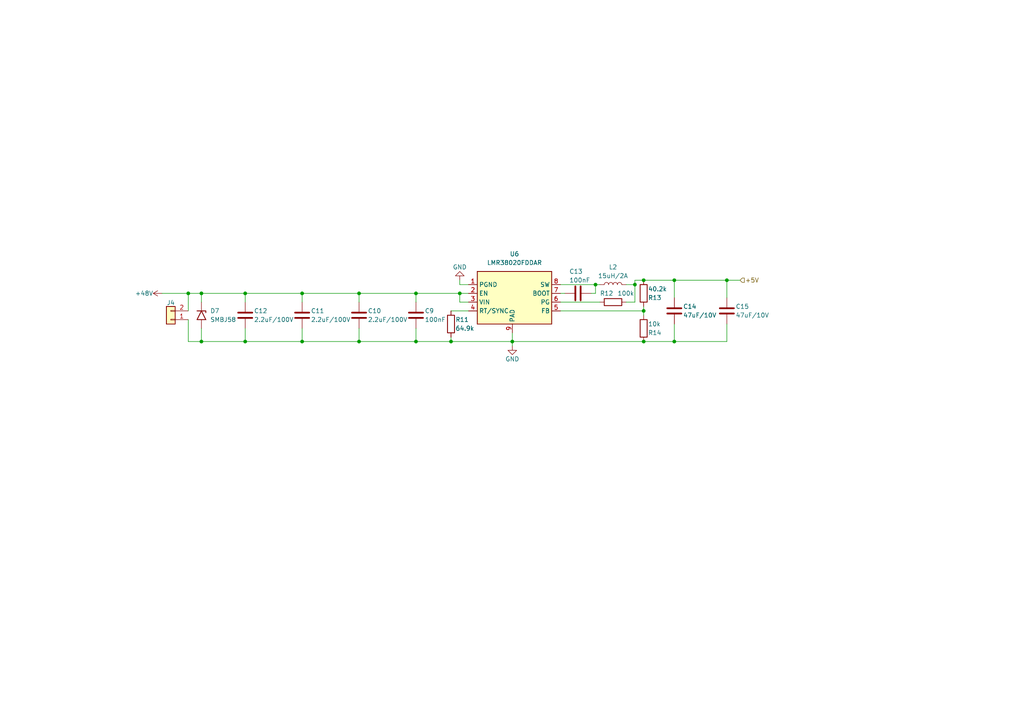
<source format=kicad_sch>
(kicad_sch (version 20230121) (generator eeschema)
  (paper "A4")
  (lib_symbols
    (symbol "Connector_Generic:Conn_01x02" (pin_names (offset 1.016) hide)
      (property "Reference" "J" (at 0 2.54 0))
      (property "Value" "Conn_01x02" (at 0 -5.08 0))
      (symbol "Conn_01x02_1_1"
        (rectangle (start -1.27 -2.413) (end 0 -2.667) (stroke (width 0.1524)))
        (rectangle (start -1.27 0.127) (end 0 -0.127) (stroke (width 0.1524)))
        (rectangle (start -1.27 1.27) (end 1.27 -3.81) (stroke (width 0.254)) (fill (type background)))
        (pin passive line (at -5.08 0 0) (length 3.81) (name "Pin_1") (number "1"))
        (pin passive line (at -5.08 -2.54 0) (length 3.81) (name "Pin_2") (number "2"))
      )
    )
    (symbol "Device:C" (pin_numbers hide) (pin_names (offset 0.254))
      (property "Reference" "C" (at 0.635 2.54 0))
      (property "Value" "C" (at 0.635 -2.54 0))
      (symbol "C_0_1"
        (polyline (pts (xy -2.032 -0.762) (xy 2.032 -0.762)) (stroke (width 0.508)))
        (polyline (pts (xy -2.032 0.762) (xy 2.032 0.762)) (stroke (width 0.508)))
      )
      (symbol "C_1_1"
        (pin passive line (at 0 3.81 270) (length 2.794) (name "~") (number "1"))
        (pin passive line (at 0 -3.81 90) (length 2.794) (name "~") (number "2"))
      )
    )
    (symbol "Device:L" (pin_numbers hide) (pin_names (offset 1.016) hide)
      (property "Reference" "L" (at -1.27 0 90))
      (property "Value" "L" (at 1.905 0 90))
      (symbol "L_0_1"
        (arc (start 0 -2.54) (mid 0.6323 -1.905) (end 0 -1.27))
        (arc (start 0 -1.27) (mid 0.6323 -0.635) (end 0 0))
        (arc (start 0 0) (mid 0.6323 0.635) (end 0 1.27))
        (arc (start 0 1.27) (mid 0.6323 1.905) (end 0 2.54))
      )
      (symbol "L_1_1"
        (pin passive line (at 0 3.81 270) (length 1.27) (name "1") (number "1"))
        (pin passive line (at 0 -3.81 90) (length 1.27) (name "2") (number "2"))
      )
    )
    (symbol "Device:R" (pin_numbers hide) (pin_names (offset 0))
      (property "Reference" "R" (at 2.032 0 90))
      (property "Value" "R" (at 0 0 90))
      (symbol "R_0_1"
        (rectangle (start -1.016 -2.54) (end 1.016 2.54) (stroke (width 0.254)))
      )
      (symbol "R_1_1"
        (pin passive line (at 0 3.81 270) (length 1.27) (name "~") (number "1"))
        (pin passive line (at 0 -3.81 90) (length 1.27) (name "~") (number "2"))
      )
    )
    (symbol "Diode:SM6T24A" (pin_numbers hide) (pin_names (offset 1.016) hide)
      (property "Reference" "D" (at 0 2.54 0))
      (property "Value" "SM6T24A" (at 0 -2.54 0))
      (symbol "SM6T24A_0_1"
        (polyline (pts (xy -0.762 1.27) (xy -1.27 1.27) (xy -1.27 -1.27)) (stroke (width 0.254)))
        (polyline (pts (xy 1.27 1.27) (xy 1.27 -1.27) (xy -1.27 0) (xy 1.27 1.27)) (stroke (width 0.254)))
      )
      (symbol "SM6T24A_1_1"
        (pin passive line (at -3.81 0 0) (length 2.54) (name "A1") (number "1"))
        (pin passive line (at 3.81 0 180) (length 2.54) (name "A2") (number "2"))
      )
    )
    (symbol "ecat:LMR36510ADDA"
      (property "Reference" "U" (at 0 11.43 0))
      (property "Value" "LMR38020FDDAR" (at 0 8.89 0))
      (symbol "LMR36510ADDA_0_1"
        (rectangle (start -10.16 7.62) (end 11.43 -7.62) (stroke (width 0.254)) (fill (type background)))
      )
      (symbol "LMR36510ADDA_1_1"
        (pin power_in line (at -12.7 3.81 0) (length 2.54) (name "PGND") (number "1"))
        (pin passive line (at -12.7 1.27 0) (length 2.54) (name "EN") (number "2"))
        (pin power_in line (at -12.7 -1.27 0) (length 2.54) (name "VIN") (number "3"))
        (pin passive line (at -12.7 -3.81 0) (length 2.54) (name "RT/SYNC") (number "4"))
        (pin input line (at 13.97 -3.81 180) (length 2.54) (name "FB") (number "5"))
        (pin power_out line (at 13.97 -1.27 180) (length 2.54) (name "PG") (number "6"))
        (pin input line (at 13.97 1.27 180) (length 2.54) (name "BOOT") (number "7"))
        (pin output line (at 13.97 3.81 180) (length 2.54) (name "SW") (number "8"))
        (pin power_in line (at 0 -10.16 90) (length 2.54) (name "PAD") (number "9"))
      )
    )
    (symbol "power:+48V" (power) (pin_names (offset 0))
      (property "Value" "+48V" (at 0 3.556 0))
      (symbol "+48V_0_1"
        (polyline (pts (xy -0.762 1.27) (xy 0 2.54)))
        (polyline (pts (xy 0 0) (xy 0 2.54)))
        (polyline (pts (xy 0 2.54) (xy 0.762 1.27)))
      )
      (symbol "+48V_1_1"
        (pin power_in line (at 0 0 90) (length 0) hide (name "+48V") (number "1"))
      )
    )
    (symbol "power:GND" (power) (pin_names (offset 0))
      (property "Value" "GND" (at 0 -3.81 0))
      (symbol "GND_0_1"
        (polyline (pts (xy 0 0) (xy 0 -1.27) (xy 1.27 -1.27) (xy 0 -2.54) (xy -1.27 -1.27) (xy 0 -1.27)))
      )
      (symbol "GND_1_1"
        (pin power_in line (at 0 0 270) (length 0) hide (name "GND") (number "1"))
      )
    )
  )
  (junction (at 71.12 85.09))
  (junction (at 104.14 99.06))
  (junction (at 104.14 85.09))
  (junction (at 133.35 85.09))
  (junction (at 186.69 99.06))
  (junction (at 130.81 99.06))
  (junction (at 186.69 90.17))
  (junction (at 120.65 85.09))
  (junction (at 184.15 82.55))
  (junction (at 148.59 99.06))
  (junction (at 186.69 81.28))
  (junction (at 87.63 99.06))
  (junction (at 54.61 85.09))
  (junction (at 58.42 99.06))
  (junction (at 172.72 82.55))
  (junction (at 195.58 99.06))
  (junction (at 87.63 85.09))
  (junction (at 195.58 81.28))
  (junction (at 71.12 99.06))
  (junction (at 58.42 85.09))
  (junction (at 120.65 99.06))
  (junction (at 210.82 81.28))
  (wire (pts (xy 71.12 87.63) (xy 71.12 85.09)))
  (wire (pts (xy 58.42 95.25) (xy 58.42 99.06)))
  (wire (pts (xy 120.65 95.25) (xy 120.65 99.06)))
  (wire (pts (xy 184.15 81.28) (xy 184.15 82.55)))
  (wire (pts (xy 210.82 99.06) (xy 195.58 99.06)))
  (wire (pts (xy 104.14 87.63) (xy 104.14 85.09)))
  (wire (pts (xy 133.35 81.28) (xy 133.35 82.55)))
  (wire (pts (xy 162.56 87.63) (xy 173.99 87.63)))
  (wire (pts (xy 210.82 81.28) (xy 195.58 81.28)))
  (wire (pts (xy 162.56 85.09) (xy 163.83 85.09)))
  (wire (pts (xy 148.59 96.52) (xy 148.59 99.06)))
  (wire (pts (xy 195.58 86.36) (xy 195.58 81.28)))
  (wire (pts (xy 133.35 85.09) (xy 135.89 85.09)))
  (wire (pts (xy 172.72 82.55) (xy 172.72 85.09)))
  (wire (pts (xy 104.14 99.06) (xy 120.65 99.06)))
  (wire (pts (xy 87.63 95.25) (xy 87.63 99.06)))
  (wire (pts (xy 210.82 86.36) (xy 210.82 81.28)))
  (wire (pts (xy 186.69 90.17) (xy 186.69 91.44)))
  (wire (pts (xy 87.63 99.06) (xy 104.14 99.06)))
  (wire (pts (xy 130.81 99.06) (xy 130.81 97.79)))
  (wire (pts (xy 133.35 87.63) (xy 135.89 87.63)))
  (wire (pts (xy 46.99 85.09) (xy 54.61 85.09)))
  (wire (pts (xy 186.69 88.9) (xy 186.69 90.17)))
  (wire (pts (xy 210.82 93.98) (xy 210.82 99.06)))
  (wire (pts (xy 120.65 85.09) (xy 133.35 85.09)))
  (wire (pts (xy 58.42 99.06) (xy 71.12 99.06)))
  (wire (pts (xy 173.99 82.55) (xy 172.72 82.55)))
  (wire (pts (xy 120.65 87.63) (xy 120.65 85.09)))
  (wire (pts (xy 130.81 99.06) (xy 148.59 99.06)))
  (wire (pts (xy 181.61 82.55) (xy 184.15 82.55)))
  (wire (pts (xy 87.63 85.09) (xy 104.14 85.09)))
  (wire (pts (xy 148.59 99.06) (xy 186.69 99.06)))
  (wire (pts (xy 104.14 85.09) (xy 120.65 85.09)))
  (wire (pts (xy 162.56 82.55) (xy 172.72 82.55)))
  (wire (pts (xy 54.61 85.09) (xy 54.61 90.17)))
  (wire (pts (xy 71.12 85.09) (xy 87.63 85.09)))
  (wire (pts (xy 195.58 93.98) (xy 195.58 99.06)))
  (wire (pts (xy 195.58 99.06) (xy 186.69 99.06)))
  (wire (pts (xy 171.45 85.09) (xy 172.72 85.09)))
  (wire (pts (xy 54.61 99.06) (xy 58.42 99.06)))
  (wire (pts (xy 71.12 99.06) (xy 87.63 99.06)))
  (wire (pts (xy 54.61 85.09) (xy 58.42 85.09)))
  (wire (pts (xy 133.35 87.63) (xy 133.35 85.09)))
  (wire (pts (xy 133.35 82.55) (xy 135.89 82.55)))
  (wire (pts (xy 87.63 85.09) (xy 87.63 87.63)))
  (wire (pts (xy 184.15 87.63) (xy 184.15 82.55)))
  (wire (pts (xy 162.56 90.17) (xy 186.69 90.17)))
  (wire (pts (xy 186.69 81.28) (xy 184.15 81.28)))
  (wire (pts (xy 130.81 90.17) (xy 135.89 90.17)))
  (wire (pts (xy 195.58 81.28) (xy 186.69 81.28)))
  (wire (pts (xy 54.61 92.71) (xy 54.61 99.06)))
  (wire (pts (xy 181.61 87.63) (xy 184.15 87.63)))
  (wire (pts (xy 210.82 81.28) (xy 214.63 81.28)))
  (wire (pts (xy 71.12 95.25) (xy 71.12 99.06)))
  (wire (pts (xy 58.42 85.09) (xy 58.42 87.63)))
  (wire (pts (xy 104.14 95.25) (xy 104.14 99.06)))
  (wire (pts (xy 148.59 99.06) (xy 148.59 100.33)))
  (wire (pts (xy 120.65 99.06) (xy 130.81 99.06)))
  (wire (pts (xy 58.42 85.09) (xy 71.12 85.09)))
  (hierarchical_label "+5V" (shape input) (at 214.63 81.28 0))
  (symbol (lib_id "Device:C") (at 210.82 90.17 0) (unit 1)
    (property "Reference" "C15" (at 213.36 88.9 0) (effects (justify left)))
    (property "Value" "47uF/10V" (at 213.36 91.44 0) (effects (justify left)))
    (property "Footprint" "Capacitor_SMD:C_0805_2012Metric" (effects hide))
  )
  (symbol (lib_id "Device:R") (at 130.81 93.98 0) (unit 1)
    (property "Reference" "R11" (at 132.08 92.71 0) (effects (justify left)))
    (property "Value" "64.9k" (at 132.08 95.25 0) (effects (justify left)))
    (property "Footprint" "Resistor_SMD:R_0402_1005Metric" (effects hide))
  )
  (symbol (lib_id "power:GND") (at 148.59 100.33 0) (unit 1)
    (property "Reference" "#PWR021" (effects hide))
    (property "Value" "GND" (at 148.59 104.14 0))
    (instances (project "ecat2can" (path "" (reference "#PWR021") (unit 1))) (project "ethercat" (path "" (reference "#PWR0409") (unit 1))))
  )
  (symbol (lib_id "Connector_Generic:Conn_01x02") (at 49.53 92.71 180) (unit 1)
    (property "Reference" "J4" (at 49.53 87.8111 0))
    (property "Value" "Conn_01x02" (effects hide))
    (property "Footprint" "Connector_AMASS:AMASS_XT30PW-M_1x02_P2.50mm_Horizontal" (effects hide))
    (instances (project "ecat2can" (path "" (reference "J4") (unit 1)) (path "" (reference "J5") (unit 1))))
  )
  (symbol (lib_id "Device:C") (at 195.58 90.17 0) (unit 1)
    (property "Reference" "C14" (at 198.12 88.9 0) (effects (justify left)))
    (property "Value" "47uF/10V" (at 198.12 91.44 0) (effects (justify left)))
    (property "Footprint" "Capacitor_SMD:C_0805_2012Metric" (effects hide))
  )
  (symbol (lib_id "Diode:SM6T24A") (at 58.42 91.44 270) (unit 1)
    (property "Reference" "D7" (at 60.96 90.17 90) (effects (justify left)))
    (property "Value" "SMBJ58" (at 60.96 92.71 90) (effects (justify left)))
    (property "Footprint" "Diode_SMD:D_SMB" (effects hide))
  )
  (symbol (lib_id "power:+48V") (at 46.99 85.09 90) (unit 1)
    (property "Reference" "#PWR023" (effects hide))
    (property "Value" "+48V" (at 44.45 85.09 90) (effects (justify left)))
  )
  (symbol (lib_id "power:GND") (at 133.35 81.28 180) (unit 1)
    (property "Reference" "#PWR022" (effects hide))
    (property "Value" "GND" (at 133.35 77.47 0))
    (instances (project "ecat2can" (path "" (reference "#PWR022") (unit 1))) (project "ethercat" (path "" (reference "#PWR0409") (unit 1))))
  )
  (symbol (lib_id "Device:C") (at 104.14 91.44 0) (unit 1)
    (property "Reference" "C10" (at 106.68 90.17 0) (effects (justify left)))
    (property "Value" "2.2uF/100V" (at 106.68 92.71 0) (effects (justify left)))
    (property "Footprint" "Capacitor_SMD:C_0805_2012Metric" (effects hide))
  )
  (symbol (lib_id "Device:C") (at 167.64 85.09 270) (unit 1)
    (property "Reference" "C13" (at 165.1 78.74 90) (effects (justify left)))
    (property "Value" "100nF" (at 165.1 81.28 90) (effects (justify left)))
    (property "Footprint" "Capacitor_SMD:C_0402_1005Metric" (effects hide))
  )
  (symbol (lib_id "Device:C") (at 120.65 91.44 0) (unit 1)
    (property "Reference" "C9" (at 123.19 90.17 0) (effects (justify left)))
    (property "Value" "100nF" (at 123.19 92.71 0) (effects (justify left)))
    (property "Footprint" "Capacitor_SMD:C_0402_1005Metric" (effects hide))
  )
  (symbol (lib_id "Device:L") (at 177.8 82.55 90) (unit 1)
    (property "Reference" "L2" (at 177.8 77.47 90))
    (property "Value" "15uH/2A" (at 177.8 80.01 90))
    (property "Footprint" "Inductor_SMD:L_Chilisin_BMRB00050518-B" (effects hide))
    (property "lcsc" "C497861" (effects hide))
    (instances (project "ecat2can" (path "" (reference "L2") (unit 1))) (project "ethercat" (path "" (reference "L401") (unit 1))))
  )
  (symbol (lib_id "Device:C") (at 71.12 91.44 0) (unit 1)
    (property "Reference" "C12" (at 73.66 90.17 0) (effects (justify left)))
    (property "Value" "2.2uF/100V" (at 73.66 92.71 0) (effects (justify left)))
    (property "Footprint" "Capacitor_SMD:C_0805_2012Metric" (effects hide))
  )
  (symbol (lib_id "ecat:LMR36510ADDA") (at 148.59 86.36 0) (unit 1)
    (property "Reference" "U6" (at 149.225 73.66 0))
    (property "Value" "LMR38020FDDAR" (at 149.225 76.2 0))
    (property "Footprint" "Package_SO:Texas_HTSOP-8-1EP_3.9x4.9mm_P1.27mm_EP2.95x4.9mm_Mask2.4x3.1mm_ThermalVias" (effects hide))
  )
  (symbol (lib_id "Device:C") (at 87.63 91.44 0) (unit 1)
    (property "Reference" "C11" (at 90.17 90.17 0) (effects (justify left)))
    (property "Value" "2.2uF/100V" (at 90.17 92.71 0) (effects (justify left)))
    (property "Footprint" "Capacitor_SMD:C_0805_2012Metric" (effects hide))
  )
  (symbol (lib_id "Device:R") (at 186.69 85.09 0) (unit 1)
    (property "Reference" "R13" (at 187.96 86.36 0) (effects (justify left)))
    (property "Value" "40.2k" (at 187.96 83.82 0) (effects (justify left)))
    (property "Footprint" "Resistor_SMD:R_0402_1005Metric" (effects hide))
  )
  (symbol (lib_id "Device:R") (at 186.69 95.25 0) (unit 1)
    (property "Reference" "R14" (at 187.96 96.52 0) (effects (justify left)))
    (property "Value" "10k" (at 187.96 93.98 0) (effects (justify left)))
    (property "Footprint" "Resistor_SMD:R_0402_1005Metric" (effects hide))
  )
  (symbol (lib_id "Device:R") (at 177.8 87.63 270) (unit 1)
    (property "Reference" "R12" (at 173.99 85.09 90) (effects (justify left)))
    (property "Value" "100k" (at 179.07 85.09 90) (effects (justify left)))
    (property "Footprint" "Resistor_SMD:R_0402_1005Metric" (effects hide))
  )
)
</source>
